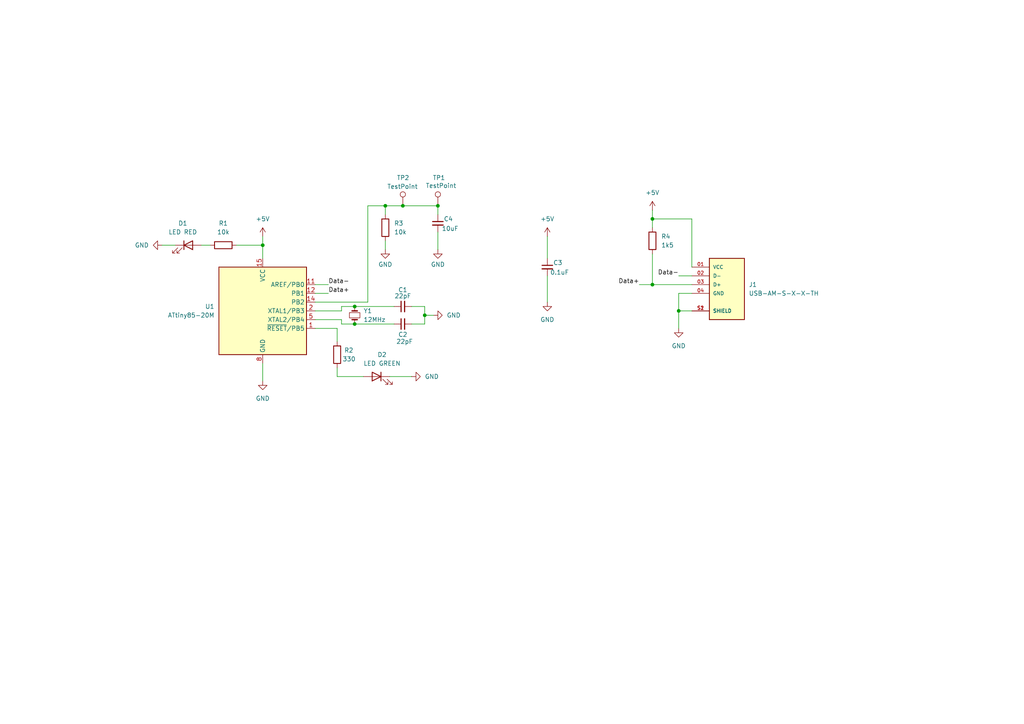
<source format=kicad_sch>
(kicad_sch (version 20231120) (generator "eeschema") (generator_version "8.0")
  (paper "A4")
  (lib_symbols
    (symbol "Connector:TestPoint" (pin_numbers hide) (pin_names (offset 0.762) hide)
      (property "Reference" "TP" (at 0 6.858 0))
      (property "Value" "TestPoint" (at 0 5.08 0))
      (symbol "TestPoint_0_1"
        (circle (center 0 3.302) (radius 0.762))
      )
      (symbol "TestPoint_1_1"
        (pin passive line (at 0 0 90) (length 2.54) (name "1") (number "1"))
      )
    )
    (symbol "Device:C_Small" (pin_numbers hide) (pin_names (offset 0.254) hide)
      (property "Reference" "C" (at 0.254 1.778 0))
      (property "Value" "C_Small" (at 0.254 -2.032 0))
      (symbol "C_Small_0_1"
        (polyline (pts (xy -1.524 -0.508) (xy 1.524 -0.508)) (stroke (width 0.3302)))
        (polyline (pts (xy -1.524 0.508) (xy 1.524 0.508)) (stroke (width 0.3048)))
      )
      (symbol "C_Small_1_1"
        (pin passive line (at 0 2.54 270) (length 2.032) (name "~") (number "1"))
        (pin passive line (at 0 -2.54 90) (length 2.032) (name "~") (number "2"))
      )
    )
    (symbol "Device:Crystal_Small" (pin_numbers hide) (pin_names (offset 1.016) hide)
      (property "Reference" "Y" (at 0 2.54 0))
      (property "Value" "Crystal_Small" (at 0 -2.54 0))
      (symbol "Crystal_Small_0_1"
        (rectangle (start -0.762 -1.524) (end 0.762 1.524))
        (polyline (pts (xy -1.27 -0.762) (xy -1.27 0.762)) (stroke (width 0.381)))
        (polyline (pts (xy 1.27 -0.762) (xy 1.27 0.762)) (stroke (width 0.381)))
      )
      (symbol "Crystal_Small_1_1"
        (pin passive line (at -2.54 0 0) (length 1.27) (name "1") (number "1"))
        (pin passive line (at 2.54 0 180) (length 1.27) (name "2") (number "2"))
      )
    )
    (symbol "Device:LED" (pin_numbers hide) (pin_names (offset 1.016) hide)
      (property "Reference" "D" (at 0 2.54 0))
      (property "Value" "LED" (at 0 -2.54 0))
      (symbol "LED_0_1"
        (polyline (pts (xy -1.27 -1.27) (xy -1.27 1.27)) (stroke (width 0.254)))
        (polyline (pts (xy -1.27 0) (xy 1.27 0)))
        (polyline (pts (xy 1.27 -1.27) (xy 1.27 1.27) (xy -1.27 0) (xy 1.27 -1.27)) (stroke (width 0.254)))
        (polyline (pts (xy -3.048 -0.762) (xy -4.572 -2.286) (xy -3.81 -2.286) (xy -4.572 -2.286) (xy -4.572 -1.524)))
        (polyline (pts (xy -1.778 -0.762) (xy -3.302 -2.286) (xy -2.54 -2.286) (xy -3.302 -2.286) (xy -3.302 -1.524)))
      )
      (symbol "LED_1_1"
        (pin passive line (at -3.81 0 0) (length 2.54) (name "K") (number "1"))
        (pin passive line (at 3.81 0 180) (length 2.54) (name "A") (number "2"))
      )
    )
    (symbol "Device:R" (pin_numbers hide) (pin_names (offset 0))
      (property "Reference" "R" (at 2.032 0 90))
      (property "Value" "R" (at 0 0 90))
      (symbol "R_0_1"
        (rectangle (start -1.016 -2.54) (end 1.016 2.54) (stroke (width 0.254)))
      )
      (symbol "R_1_1"
        (pin passive line (at 0 3.81 270) (length 1.27) (name "~") (number "1"))
        (pin passive line (at 0 -3.81 90) (length 1.27) (name "~") (number "2"))
      )
    )
    (symbol "MCU_Microchip_ATtiny:ATtiny85-20M"
      (property "Reference" "U" (at -12.7 13.97 0))
      (property "Value" "ATtiny85-20M" (at 2.54 -13.97 0))
      (symbol "ATtiny85-20M_0_1"
        (rectangle (start -12.7 -12.7) (end 12.7 12.7) (stroke (width 0.254)) (fill (type background)))
      )
      (symbol "ATtiny85-20M_1_1"
        (pin bidirectional line (at 15.24 -5.08 180) (length 2.54) (name "~{RESET}/PB5") (number "1"))
        (pin no_connect line (at -12.7 -2.54 0) (length 2.54) hide (name "NC") (number "10"))
        (pin bidirectional line (at 15.24 7.62 180) (length 2.54) (name "AREF/PB0") (number "11"))
        (pin bidirectional line (at 15.24 5.08 180) (length 2.54) (name "PB1") (number "12"))
        (pin no_connect line (at -12.7 -5.08 0) (length 2.54) hide (name "NC") (number "13"))
        (pin bidirectional line (at 15.24 2.54 180) (length 2.54) (name "PB2") (number "14"))
        (pin power_in line (at 0 15.24 270) (length 2.54) (name "VCC") (number "15"))
        (pin no_connect line (at -12.7 -7.62 0) (length 2.54) hide (name "NC") (number "16"))
        (pin no_connect line (at -12.7 -10.16 0) (length 2.54) hide (name "NC") (number "17"))
        (pin no_connect line (at -7.62 -12.7 90) (length 2.54) hide (name "NC") (number "18"))
        (pin no_connect line (at -5.08 -12.7 90) (length 2.54) hide (name "NC") (number "19"))
        (pin bidirectional line (at 15.24 0 180) (length 2.54) (name "XTAL1/PB3") (number "2"))
        (pin no_connect line (at -2.54 -12.7 90) (length 2.54) hide (name "NC") (number "20"))
        (pin passive line (at 0 -15.24 90) (length 2.54) hide (name "GND") (number "21"))
        (pin no_connect line (at -12.7 10.16 0) (length 2.54) hide (name "NC") (number "3"))
        (pin no_connect line (at -12.7 7.62 0) (length 2.54) hide (name "NC") (number "4"))
        (pin bidirectional line (at 15.24 -2.54 180) (length 2.54) (name "XTAL2/PB4") (number "5"))
        (pin no_connect line (at -12.7 5.08 0) (length 2.54) hide (name "NC") (number "6"))
        (pin no_connect line (at -12.7 2.54 0) (length 2.54) hide (name "NC") (number "7"))
        (pin power_in line (at 0 -15.24 90) (length 2.54) (name "GND") (number "8"))
        (pin no_connect line (at -12.7 0 0) (length 2.54) hide (name "NC") (number "9"))
      )
    )
    (symbol "USB-PCB:USB-AM-S-X-X-TH" (pin_names (offset 1.016))
      (property "Reference" "J" (at -5.08 8.89 0))
      (property "Value" "USB-AM-S-X-X-TH" (at -5.08 -12.7 0))
      (symbol "USB-AM-S-X-X-TH_0_0"
        (rectangle (start -5.08 -10.16) (end 5.08 7.62) (stroke (width 0.254)) (fill (type background)))
        (pin power_in line (at -10.16 5.08 0) (length 5.08) (name "VCC") (number "01"))
        (pin bidirectional line (at -10.16 2.54 0) (length 5.08) (name "D-") (number "02"))
        (pin bidirectional line (at -10.16 0 0) (length 5.08) (name "D+") (number "03"))
        (pin power_in line (at -10.16 -2.54 0) (length 5.08) (name "GND") (number "04"))
        (pin passive line (at -10.16 -7.62 0) (length 5.08) (name "SHIELD") (number "S1"))
        (pin passive line (at -10.16 -7.62 0) (length 5.08) (name "SHIELD") (number "S2"))
      )
    )
    (symbol "power:+5V" (power) (pin_numbers hide) (pin_names (offset 0) hide)
      (property "Value" "+5V" (at 0 3.556 0))
      (symbol "+5V_0_1"
        (polyline (pts (xy -0.762 1.27) (xy 0 2.54)))
        (polyline (pts (xy 0 0) (xy 0 2.54)))
        (polyline (pts (xy 0 2.54) (xy 0.762 1.27)))
      )
      (symbol "+5V_1_1"
        (pin power_in line (at 0 0 90) (length 0) (name "~") (number "1"))
      )
    )
    (symbol "power:GND" (power) (pin_numbers hide) (pin_names (offset 0) hide)
      (property "Value" "GND" (at 0 -3.81 0))
      (symbol "GND_0_1"
        (polyline (pts (xy 0 0) (xy 0 -1.27) (xy 1.27 -1.27) (xy 0 -2.54) (xy -1.27 -1.27) (xy 0 -1.27)))
      )
      (symbol "GND_1_1"
        (pin power_in line (at 0 0 270) (length 0) (name "~") (number "1"))
      )
    )
  )
  (junction (at 116.84 59.69))
  (junction (at 196.85 90.17))
  (junction (at 102.87 88.9))
  (junction (at 111.76 59.69))
  (junction (at 76.2 71.12))
  (junction (at 102.87 93.98))
  (junction (at 189.23 63.5))
  (junction (at 127 59.69))
  (junction (at 189.23 82.55))
  (junction (at 123.19 91.44))
  (wire (pts (xy 196.85 80.01) (xy 200.66 80.01)))
  (wire (pts (xy 158.75 80.01) (xy 158.75 87.63)))
  (wire (pts (xy 116.84 59.69) (xy 111.76 59.69)))
  (wire (pts (xy 123.19 88.9) (xy 123.19 91.44)))
  (wire (pts (xy 91.44 95.25) (xy 97.79 95.25)))
  (wire (pts (xy 189.23 73.66) (xy 189.23 82.55)))
  (wire (pts (xy 99.06 90.17) (xy 91.44 90.17)))
  (wire (pts (xy 127 67.31) (xy 127 72.39)))
  (wire (pts (xy 97.79 95.25) (xy 97.79 99.06)))
  (wire (pts (xy 127 59.69) (xy 127 62.23)))
  (wire (pts (xy 200.66 63.5) (xy 189.23 63.5)))
  (wire (pts (xy 91.44 92.71) (xy 99.06 92.71)))
  (wire (pts (xy 91.44 85.09) (xy 95.25 85.09)))
  (wire (pts (xy 58.42 71.12) (xy 60.96 71.12)))
  (wire (pts (xy 97.79 109.22) (xy 105.41 109.22)))
  (wire (pts (xy 68.58 71.12) (xy 76.2 71.12)))
  (wire (pts (xy 91.44 82.55) (xy 95.25 82.55)))
  (wire (pts (xy 189.23 60.96) (xy 189.23 63.5)))
  (wire (pts (xy 116.84 59.69) (xy 127 59.69)))
  (wire (pts (xy 200.66 77.47) (xy 200.66 63.5)))
  (wire (pts (xy 76.2 71.12) (xy 76.2 74.93)))
  (wire (pts (xy 106.68 59.69) (xy 111.76 59.69)))
  (wire (pts (xy 196.85 85.09) (xy 196.85 90.17)))
  (wire (pts (xy 113.03 109.22) (xy 119.38 109.22)))
  (wire (pts (xy 111.76 59.69) (xy 111.76 62.23)))
  (wire (pts (xy 102.87 88.9) (xy 99.06 88.9)))
  (wire (pts (xy 106.68 87.63) (xy 106.68 59.69)))
  (wire (pts (xy 123.19 93.98) (xy 119.38 93.98)))
  (wire (pts (xy 119.38 88.9) (xy 123.19 88.9)))
  (wire (pts (xy 99.06 88.9) (xy 99.06 90.17)))
  (wire (pts (xy 111.76 69.85) (xy 111.76 72.39)))
  (wire (pts (xy 196.85 90.17) (xy 196.85 95.25)))
  (wire (pts (xy 189.23 63.5) (xy 189.23 66.04)))
  (wire (pts (xy 102.87 93.98) (xy 114.3 93.98)))
  (wire (pts (xy 185.42 82.55) (xy 189.23 82.55)))
  (wire (pts (xy 76.2 105.41) (xy 76.2 110.49)))
  (wire (pts (xy 99.06 92.71) (xy 99.06 93.98)))
  (wire (pts (xy 76.2 68.58) (xy 76.2 71.12)))
  (wire (pts (xy 196.85 90.17) (xy 200.66 90.17)))
  (wire (pts (xy 123.19 91.44) (xy 125.73 91.44)))
  (wire (pts (xy 200.66 85.09) (xy 196.85 85.09)))
  (wire (pts (xy 102.87 88.9) (xy 114.3 88.9)))
  (wire (pts (xy 97.79 106.68) (xy 97.79 109.22)))
  (wire (pts (xy 99.06 93.98) (xy 102.87 93.98)))
  (wire (pts (xy 123.19 91.44) (xy 123.19 93.98)))
  (wire (pts (xy 158.75 68.58) (xy 158.75 74.93)))
  (wire (pts (xy 91.44 87.63) (xy 106.68 87.63)))
  (wire (pts (xy 189.23 82.55) (xy 200.66 82.55)))
  (wire (pts (xy 46.99 71.12) (xy 50.8 71.12)))
  (label "Data+" (at 185.42 82.55 180))
  (label "Data-" (at 95.25 82.55 0))
  (label "Data-" (at 196.85 80.01 180))
  (label "Data+" (at 95.25 85.09 0))
  (symbol (lib_id "Device:C_Small") (at 127 64.77 0) (unit 1)
    (property "Reference" "C4" (at 130.048 63.5 0))
    (property "Value" "10uF" (at 130.556 66.294 0))
    (property "Footprint" "Capacitor_SMD:C_0603_1608Metric_Pad1.08x0.95mm_HandSolder" (effects (hide yes)))
    (property "Description" "Unpolarized capacitor, small symbol" (effects (hide yes)))
  )
  (symbol (lib_id "Connector:TestPoint") (at 116.84 59.69 0) (unit 1)
    (property "Reference" "TP2" (at 115.062 51.562 0) (effects (justify left)))
    (property "Value" "TestPoint" (at 112.268 54.102 0) (effects (justify left)))
    (property "Footprint" "TestPoint:TestPoint_Pad_D3.0mm" (effects (hide yes)))
    (property "Description" "test point" (effects (hide yes)))
  )
  (symbol (lib_id "power:GND") (at 46.99 71.12 270) (unit 1)
    (property "Reference" "#PWR02" (effects (hide yes)))
    (property "Value" "GND" (at 43.18 71.1199 90) (effects (justify right)))
    (property "Description" "Power symbol creates a global label with name \"GND\" , ground" (effects (hide yes)))
  )
  (symbol (lib_id "power:+5V") (at 158.75 68.58 0) (unit 1)
    (property "Reference" "#PWR07" (effects (hide yes)))
    (property "Value" "+5V" (at 158.75 63.5 0))
    (property "Description" "Power symbol creates a global label with name \"+5V\"" (effects (hide yes)))
  )
  (symbol (lib_id "USB-PCB:USB-AM-S-X-X-TH") (at 210.82 82.55 0) (unit 1)
    (property "Reference" "J1" (at 217.17 82.5499 0) (effects (justify left)))
    (property "Value" "USB-AM-S-X-X-TH" (at 217.17 85.0899 0) (effects (justify left)))
    (property "Footprint" "USB-AM-S-X-X-TH:USB_PCB" (effects (hide yes)))
    (property "MF" "Samtec" (effects (hide yes)))
    (property "MAXIMUM_PACKAGE_HEIGHT" "4.6 mm" (effects (hide yes)))
    (property "Package" "None" (effects (hide yes)))
    (property "Price" "None" (effects (hide yes)))
    (property "Check_prices" "https://www.snapeda.com/parts/USB-AM-S-F-B-TH/Samtec+Inc./view-part/?ref=eda" (effects (hide yes)))
    (property "STANDARD" "Manufacturer Recommendations" (effects (hide yes)))
    (property "PARTREV" "U" (effects (hide yes)))
    (property "SnapEDA_Link" "https://www.snapeda.com/parts/USB-AM-S-F-B-TH/Samtec+Inc./view-part/?ref=snap" (effects (hide yes)))
    (property "MP" "USB-AM-S-F-B-TH" (effects (hide yes)))
    (property "Purchase-URL" "https://www.snapeda.com/api/url_track_click_mouser/?unipart_id=474273&manufacturer=Samtec&part_name=USB-AM-S-F-B-TH&search_term=usb a male" (effects (hide yes)))
    (property "Description_1" "\nUSB-A (USB TYPE-A) USB 2.0 Plug Connector 4 Position Through Hole, Right Angle\n" (effects (hide yes)))
    (property "Availability" "In Stock" (effects (hide yes)))
    (property "MANUFACTURER" "Samtec" (effects (hide yes)))
  )
  (symbol (lib_id "Device:R") (at 64.77 71.12 90) (unit 1)
    (property "Reference" "R1" (at 64.77 64.77 90))
    (property "Value" "10k" (at 64.77 67.31 90))
    (property "Footprint" "Resistor_SMD:R_0201_0603Metric_Pad0.64x0.40mm_HandSolder" (effects (hide yes)))
    (property "Description" "Resistor" (effects (hide yes)))
  )
  (symbol (lib_id "Device:C_Small") (at 158.75 77.47 0) (unit 1)
    (property "Reference" "C3" (at 161.798 76.2 0))
    (property "Value" "0.1uF" (at 162.306 78.994 0))
    (property "Footprint" "Capacitor_SMD:C_0603_1608Metric_Pad1.08x0.95mm_HandSolder" (effects (hide yes)))
    (property "Description" "Unpolarized capacitor, small symbol" (effects (hide yes)))
  )
  (symbol (lib_id "Device:R") (at 111.76 66.04 0) (unit 1)
    (property "Reference" "R3" (at 114.3 64.7699 0) (effects (justify left)))
    (property "Value" "10k" (at 114.3 67.3099 0) (effects (justify left)))
    (property "Footprint" "Resistor_SMD:R_0201_0603Metric_Pad0.64x0.40mm_HandSolder" (effects (hide yes)))
    (property "Description" "Resistor" (effects (hide yes)))
  )
  (symbol (lib_id "Device:LED") (at 54.61 71.12 0) (unit 1)
    (property "Reference" "D1" (at 53.0225 64.77 0))
    (property "Value" "LED RED" (at 53.0225 67.31 0))
    (property "Footprint" "Library:LED_Kingbright_APA1606_1.6x0.6mm_Horizontal_NEW" (effects (hide yes)))
    (property "Description" "Light emitting diode" (effects (hide yes)))
  )
  (symbol (lib_id "power:+5V") (at 189.23 60.96 0) (unit 1)
    (property "Reference" "#PWR08" (effects (hide yes)))
    (property "Value" "+5V" (at 189.23 55.88 0))
    (property "Description" "Power symbol creates a global label with name \"+5V\"" (effects (hide yes)))
  )
  (symbol (lib_id "power:GND") (at 158.75 87.63 0) (unit 1)
    (property "Reference" "#PWR010" (effects (hide yes)))
    (property "Value" "GND" (at 158.75 92.71 0))
    (property "Description" "Power symbol creates a global label with name \"GND\" , ground" (effects (hide yes)))
  )
  (symbol (lib_id "power:GND") (at 125.73 91.44 90) (mirror x) (unit 1)
    (property "Reference" "#PWR05" (effects (hide yes)))
    (property "Value" "GND" (at 129.54 91.4399 90) (effects (justify right)))
    (property "Description" "Power symbol creates a global label with name \"GND\" , ground" (effects (hide yes)))
  )
  (symbol (lib_id "Device:C_Small") (at 116.84 88.9 90) (unit 1)
    (property "Reference" "C1" (at 116.84 84.074 90))
    (property "Value" "22pF" (at 116.84 85.852 90))
    (property "Footprint" "Capacitor_SMD:C_0603_1608Metric_Pad1.08x0.95mm_HandSolder" (effects (hide yes)))
    (property "Description" "Unpolarized capacitor, small symbol" (effects (hide yes)))
  )
  (symbol (lib_id "power:GND") (at 76.2 110.49 0) (unit 1)
    (property "Reference" "#PWR03" (effects (hide yes)))
    (property "Value" "GND" (at 76.2 115.57 0))
    (property "Description" "Power symbol creates a global label with name \"GND\" , ground" (effects (hide yes)))
  )
  (symbol (lib_id "Device:Crystal_Small") (at 102.87 91.44 270) (unit 1)
    (property "Reference" "Y1" (at 105.41 90.1699 90) (effects (justify left)))
    (property "Value" "12MHz" (at 105.41 92.7099 90) (effects (justify left)))
    (property "Footprint" "Crystal:Crystal_SMD_0603-2Pin_6.0x3.5mm_HandSoldering" (effects (hide yes)))
    (property "Description" "Two pin crystal, small symbol" (effects (hide yes)))
  )
  (symbol (lib_id "power:GND") (at 119.38 109.22 90) (mirror x) (unit 1)
    (property "Reference" "#PWR04" (effects (hide yes)))
    (property "Value" "GND" (at 123.19 109.2199 90) (effects (justify right)))
    (property "Description" "Power symbol creates a global label with name \"GND\" , ground" (effects (hide yes)))
  )
  (symbol (lib_id "power:GND") (at 196.85 95.25 0) (unit 1)
    (property "Reference" "#PWR09" (effects (hide yes)))
    (property "Value" "GND" (at 196.85 100.33 0))
    (property "Description" "Power symbol creates a global label with name \"GND\" , ground" (effects (hide yes)))
  )
  (symbol (lib_id "Connector:TestPoint") (at 127 59.69 0) (unit 1)
    (property "Reference" "TP1" (at 125.476 51.562 0) (effects (justify left)))
    (property "Value" "TestPoint" (at 123.444 53.848 0) (effects (justify left)))
    (property "Footprint" "TestPoint:TestPoint_Pad_D3.0mm" (effects (hide yes)))
    (property "Description" "test point" (effects (hide yes)))
  )
  (symbol (lib_id "power:GND") (at 127 72.39 0) (unit 1)
    (property "Reference" "#PWR011" (effects (hide yes)))
    (property "Value" "GND" (at 127 76.708 0))
    (property "Description" "Power symbol creates a global label with name \"GND\" , ground" (effects (hide yes)))
  )
  (symbol (lib_id "Device:R") (at 189.23 69.85 0) (unit 1)
    (property "Reference" "R4" (at 191.77 68.5799 0) (effects (justify left)))
    (property "Value" "1k5" (at 191.77 71.1199 0) (effects (justify left)))
    (property "Footprint" "Resistor_SMD:R_0201_0603Metric_Pad0.64x0.40mm_HandSolder" (effects (hide yes)))
    (property "Description" "Resistor" (effects (hide yes)))
  )
  (symbol (lib_id "Device:R") (at 97.79 102.87 0) (unit 1)
    (property "Reference" "R2" (at 99.822 101.6 0) (effects (justify left)))
    (property "Value" "330" (at 99.314 104.14 0) (effects (justify left)))
    (property "Footprint" "Resistor_SMD:R_0201_0603Metric_Pad0.64x0.40mm_HandSolder" (effects (hide yes)))
    (property "Description" "Resistor" (effects (hide yes)))
  )
  (symbol (lib_id "Device:LED") (at 109.22 109.22 0) (mirror y) (unit 1)
    (property "Reference" "D2" (at 110.8075 102.87 0))
    (property "Value" "LED GREEN" (at 110.8075 105.41 0))
    (property "Footprint" "Library:LED_Kingbright_APA1606_1.6x0.6mm_Horizontal_NEW" (effects (hide yes)))
    (property "Description" "Light emitting diode" (effects (hide yes)))
  )
  (symbol (lib_id "Device:C_Small") (at 116.84 93.98 90) (unit 1)
    (property "Reference" "C2" (at 116.84 97.028 90))
    (property "Value" "22pF" (at 117.348 99.06 90))
    (property "Footprint" "Capacitor_SMD:C_0603_1608Metric_Pad1.08x0.95mm_HandSolder" (effects (hide yes)))
    (property "Description" "Unpolarized capacitor, small symbol" (effects (hide yes)))
  )
  (symbol (lib_id "MCU_Microchip_ATtiny:ATtiny85-20M") (at 76.2 90.17 0) (unit 1)
    (property "Reference" "U1" (at 62.23 88.8999 0) (effects (justify right)))
    (property "Value" "ATtiny85-20M" (at 62.23 91.4399 0) (effects (justify right)))
    (property "Footprint" "Package_DFN_QFN:QFN-20-1EP_4x4mm_P0.5mm_EP2.5x2.5mm_ThermalVias" (effects (hide yes)))
    (property "Datasheet" "http://ww1.microchip.com/downloads/en/DeviceDoc/atmel-2586-avr-8-bit-microcontroller-attiny25-attiny45-attiny85_datasheet.pdf" (effects (hide yes)))
    (property "Description" "20MHz, 8kB Flash, 512B SRAM, 512B EEPROM, debugWIRE, QFN-20" (effects (hide yes)))
  )
  (symbol (lib_id "power:GND") (at 111.76 72.39 0) (unit 1)
    (property "Reference" "#PWR06" (effects (hide yes)))
    (property "Value" "GND" (at 111.76 76.708 0))
    (property "Description" "Power symbol creates a global label with name \"GND\" , ground" (effects (hide yes)))
  )
  (symbol (lib_id "power:+5V") (at 76.2 68.58 0) (unit 1)
    (property "Reference" "#PWR01" (effects (hide yes)))
    (property "Value" "+5V" (at 76.2 63.5 0))
    (property "Description" "Power symbol creates a global label with name \"+5V\"" (effects (hide yes)))
  )
)
</source>
